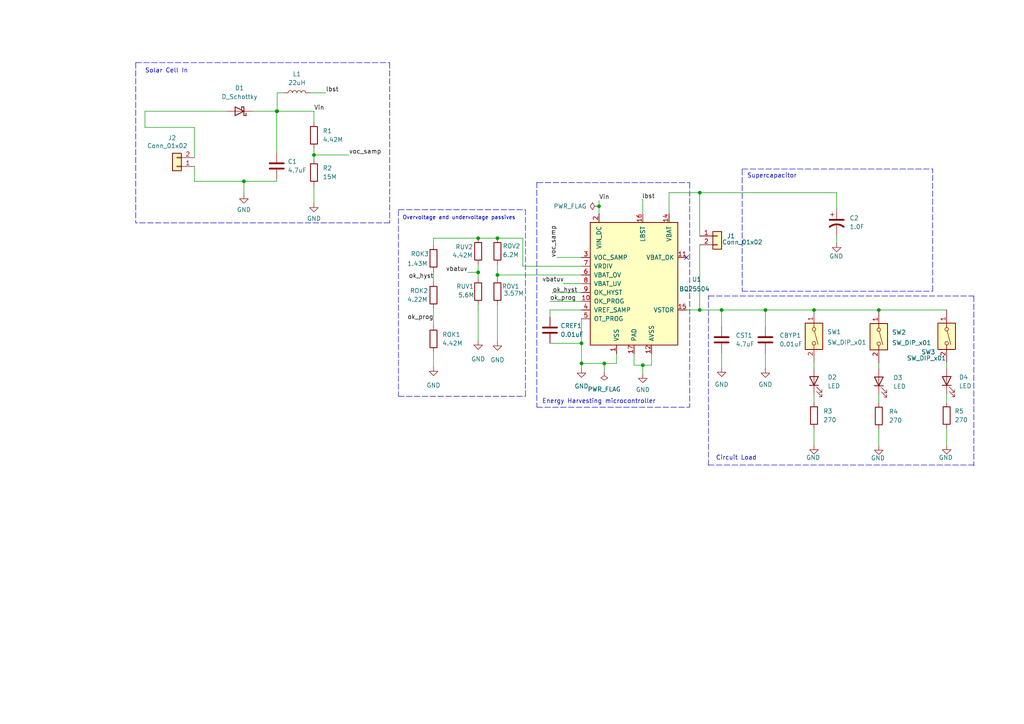
<source format=kicad_sch>
(kicad_sch (version 20210621) (generator eeschema)
  (paper "A4")
  (lib_symbols
    (symbol "Battery_Management:BQ25504" (pin_names (offset 1.016))
      (property "Reference" "U" (at -7.62 20.32 0))
      (property "Value" "BQ25504" (at -7.62 22.86 0))
      (symbol "BQ25504_0_1"
        (rectangle (start -12.7 17.78) (end 12.7 -17.78) (stroke (width 0.254)) (fill (type background)))
      )
      (symbol "BQ25504_1_1"
        (pin power_in line (at -5.08 -20.32 90) (length 2.54) (name "VSS") (number "1"))
        (pin input line (at -15.24 -5.08 0) (length 2.54) (name "OK_PROG") (number "10"))
        (pin output line (at 15.24 7.62 180) (length 2.54) (name "VBAT_OK") (number "11"))
        (pin power_in line (at 5.08 -20.32 90) (length 2.54) (name "AVSS") (number "12"))
        (pin passive line (at -5.08 -20.32 90) (length 2.54) hide (name "VSS") (number "13"))
        (pin power_out line (at 10.16 20.32 270) (length 2.54) (name "VBAT") (number "14"))
        (pin bidirectional line (at 15.24 -7.62 180) (length 2.54) (name "VSTOR") (number "15"))
        (pin bidirectional line (at 2.54 20.32 270) (length 2.54) (name "LBST") (number "16"))
        (pin passive line (at 0 -20.32 90) (length 2.54) (name "PAD") (number "17"))
        (pin power_in line (at -10.16 20.32 270) (length 2.54) (name "VIN_DC") (number "2"))
        (pin input line (at -15.24 7.62 0) (length 2.54) (name "VOC_SAMP") (number "3"))
        (pin bidirectional line (at -15.24 -7.62 0) (length 2.54) (name "VREF_SAMP") (number "4"))
        (pin input line (at -15.24 -10.16 0) (length 2.54) (name "OT_PROG") (number "5"))
        (pin input line (at -15.24 2.54 0) (length 2.54) (name "VBAT_OV") (number "6"))
        (pin output line (at -15.24 5.08 0) (length 2.54) (name "VRDIV") (number "7"))
        (pin input line (at -15.24 0 0) (length 2.54) (name "VBAT_UV") (number "8"))
        (pin input line (at -15.24 -2.54 0) (length 2.54) (name "OK_HYST") (number "9"))
      )
    )
    (symbol "Connector_Generic:Conn_01x02" (pin_names (offset 1.016) hide)
      (property "Reference" "J" (at 0 2.54 0))
      (property "Value" "Conn_01x02" (at 0 -5.08 0))
      (symbol "Conn_01x02_1_1"
        (rectangle (start -1.27 -2.413) (end 0 -2.667) (stroke (width 0.1524)))
        (rectangle (start -1.27 0.127) (end 0 -0.127) (stroke (width 0.1524)))
        (rectangle (start -1.27 1.27) (end 1.27 -3.81) (stroke (width 0.254)) (fill (type background)))
        (pin passive line (at -5.08 0 0) (length 3.81) (name "Pin_1") (number "1"))
        (pin passive line (at -5.08 -2.54 0) (length 3.81) (name "Pin_2") (number "2"))
      )
    )
    (symbol "Device:C" (pin_numbers hide) (pin_names (offset 0.254))
      (property "Reference" "C" (at 0.635 2.54 0))
      (property "Value" "C" (at 0.635 -2.54 0))
      (symbol "C_0_1"
        (polyline (pts (xy -2.032 -0.762) (xy 2.032 -0.762)) (stroke (width 0.508)))
        (polyline (pts (xy -2.032 0.762) (xy 2.032 0.762)) (stroke (width 0.508)))
      )
      (symbol "C_1_1"
        (pin passive line (at 0 3.81 270) (length 2.794) (name "~") (number "1"))
        (pin passive line (at 0 -3.81 90) (length 2.794) (name "~") (number "2"))
      )
    )
    (symbol "Device:C_Polarized_US" (pin_numbers hide) (pin_names (offset 0.254) hide)
      (property "Reference" "C" (at 0.635 2.54 0))
      (property "Value" "C_Polarized_US" (at 0.635 -2.54 0))
      (symbol "C_Polarized_US_0_1"
        (arc (start -2.032 -1.27) (end 2.032 -1.27) (radius (at 0 -3.81) (length 3.2512) (angles 128.7 51.3)) (stroke (width 0.508)))
        (polyline (pts (xy -2.032 0.762) (xy 2.032 0.762)) (stroke (width 0.508)))
        (polyline (pts (xy -1.778 2.286) (xy -0.762 2.286)))
        (polyline (pts (xy -1.27 1.778) (xy -1.27 2.794)))
      )
      (symbol "C_Polarized_US_1_1"
        (pin passive line (at 0 3.81 270) (length 2.794) (name "~") (number "1"))
        (pin passive line (at 0 -3.81 90) (length 3.302) (name "~") (number "2"))
      )
    )
    (symbol "Device:D_Schottky" (pin_numbers hide) (pin_names (offset 1.016) hide)
      (property "Reference" "D" (at 0 2.54 0))
      (property "Value" "D_Schottky" (at 0 -2.54 0))
      (symbol "D_Schottky_0_1"
        (polyline (pts (xy 1.27 0) (xy -1.27 0)))
        (polyline (pts (xy 1.27 1.27) (xy 1.27 -1.27) (xy -1.27 0) (xy 1.27 1.27)) (stroke (width 0.254)))
        (polyline (pts (xy -1.905 0.635) (xy -1.905 1.27) (xy -1.27 1.27) (xy -1.27 -1.27) (xy -0.635 -1.27) (xy -0.635 -0.635)) (stroke (width 0.254)))
      )
      (symbol "D_Schottky_1_1"
        (pin passive line (at -3.81 0 0) (length 2.54) (name "K") (number "1"))
        (pin passive line (at 3.81 0 180) (length 2.54) (name "A") (number "2"))
      )
    )
    (symbol "Device:L" (pin_numbers hide) (pin_names (offset 1.016) hide)
      (property "Reference" "L" (at -1.27 0 90))
      (property "Value" "L" (at 1.905 0 90))
      (symbol "L_0_1"
        (arc (start 0 -2.54) (end 0 -1.27) (radius (at 0 -1.905) (length 0.635) (angles -89.9 89.9)))
        (arc (start 0 -1.27) (end 0 0) (radius (at 0 -0.635) (length 0.635) (angles -89.9 89.9)))
        (arc (start 0 0) (end 0 1.27) (radius (at 0 0.635) (length 0.635) (angles -89.9 89.9)))
        (arc (start 0 1.27) (end 0 2.54) (radius (at 0 1.905) (length 0.635) (angles -89.9 89.9)))
      )
      (symbol "L_1_1"
        (pin passive line (at 0 3.81 270) (length 1.27) (name "1") (number "1"))
        (pin passive line (at 0 -3.81 90) (length 1.27) (name "2") (number "2"))
      )
    )
    (symbol "Device:LED" (pin_numbers hide) (pin_names (offset 1.016) hide)
      (property "Reference" "D" (at 0 2.54 0))
      (property "Value" "LED" (at 0 -2.54 0))
      (symbol "LED_0_1"
        (polyline (pts (xy -1.27 -1.27) (xy -1.27 1.27)) (stroke (width 0.254)))
        (polyline (pts (xy -1.27 0) (xy 1.27 0)))
        (polyline (pts (xy 1.27 -1.27) (xy 1.27 1.27) (xy -1.27 0) (xy 1.27 -1.27)) (stroke (width 0.254)))
        (polyline (pts (xy -3.048 -0.762) (xy -4.572 -2.286) (xy -3.81 -2.286) (xy -4.572 -2.286) (xy -4.572 -1.524)))
        (polyline (pts (xy -1.778 -0.762) (xy -3.302 -2.286) (xy -2.54 -2.286) (xy -3.302 -2.286) (xy -3.302 -1.524)))
      )
      (symbol "LED_1_1"
        (pin passive line (at -3.81 0 0) (length 2.54) (name "K") (number "1"))
        (pin passive line (at 3.81 0 180) (length 2.54) (name "A") (number "2"))
      )
    )
    (symbol "Device:R" (pin_numbers hide) (pin_names (offset 0))
      (property "Reference" "R" (at 2.032 0 90))
      (property "Value" "R" (at 0 0 90))
      (symbol "R_0_1"
        (rectangle (start -1.016 -2.54) (end 1.016 2.54) (stroke (width 0.254)))
      )
      (symbol "R_1_1"
        (pin passive line (at 0 3.81 270) (length 1.27) (name "~") (number "1"))
        (pin passive line (at 0 -3.81 90) (length 1.27) (name "~") (number "2"))
      )
    )
    (symbol "Switch:SW_DIP_x01" (pin_names (offset 0) hide)
      (property "Reference" "SW" (at 0 3.81 0))
      (property "Value" "SW_DIP_x01" (at 0 -3.81 0))
      (symbol "SW_DIP_x01_0_0"
        (circle (center -2.032 0) (radius 0.508))
        (circle (center 2.032 0) (radius 0.508))
        (polyline (pts (xy -1.524 0.127) (xy 2.3622 1.1684)))
      )
      (symbol "SW_DIP_x01_0_1"
        (rectangle (start -3.81 2.54) (end 3.81 -2.54) (stroke (width 0.254)) (fill (type background)))
      )
      (symbol "SW_DIP_x01_1_1"
        (pin passive line (at -7.62 0 0) (length 5.08) (name "~") (number "1"))
        (pin passive line (at 7.62 0 180) (length 5.08) (name "~") (number "2"))
      )
    )
    (symbol "power:GND" (power) (pin_names (offset 0))
      (property "Value" "GND" (at 0 -3.81 0))
      (symbol "GND_0_1"
        (polyline (pts (xy 0 0) (xy 0 -1.27) (xy 1.27 -1.27) (xy 0 -2.54) (xy -1.27 -1.27) (xy 0 -1.27)))
      )
      (symbol "GND_1_1"
        (pin power_in line (at 0 0 270) (length 0) hide (name "GND") (number "1"))
      )
    )
    (symbol "power:PWR_FLAG" (power) (pin_numbers hide) (pin_names (offset 0) hide)
      (property "Value" "PWR_FLAG" (at 0 3.81 0))
      (symbol "PWR_FLAG_0_0"
        (pin power_out line (at 0 0 90) (length 0) (name "pwr") (number "1"))
      )
      (symbol "PWR_FLAG_0_1"
        (polyline (pts (xy 0 0) (xy 0 1.27) (xy -1.016 1.905) (xy 0 2.54) (xy 1.016 1.905) (xy 0 1.27)))
      )
    )
  )
  (junction (at 70.739 52.578))
  (junction (at 80.264 32.258))
  (junction (at 80.391 32.258))
  (junction (at 91.059 44.958))
  (junction (at 138.684 69.088))
  (junction (at 138.684 78.994))
  (junction (at 144.272 69.088))
  (junction (at 144.272 79.756))
  (junction (at 168.656 99.568))
  (junction (at 168.656 105.41))
  (junction (at 173.736 59.817))
  (junction (at 175.26 105.41))
  (junction (at 186.436 105.918))
  (junction (at 202.946 55.88))
  (junction (at 202.946 89.916))
  (junction (at 209.296 89.916))
  (junction (at 221.996 89.916))
  (junction (at 236.093 89.916))
  (junction (at 254.889 89.916))
  (no_connect (at 199.136 74.676))
  (wire (pts (xy 42.037 32.258) (xy 42.037 36.957)))
  (wire (pts (xy 42.037 32.258) (xy 65.659 32.258)))
  (wire (pts (xy 56.388 36.957) (xy 42.037 36.957)))
  (wire (pts (xy 56.388 36.957) (xy 56.388 45.72)))
  (wire (pts (xy 56.388 48.26) (xy 56.388 52.578)))
  (wire (pts (xy 56.388 52.578) (xy 70.739 52.578)))
  (wire (pts (xy 70.739 52.578) (xy 70.739 56.388)))
  (wire (pts (xy 70.739 52.578) (xy 80.264 52.578)))
  (wire (pts (xy 73.279 32.258) (xy 80.264 32.258)))
  (wire (pts (xy 80.264 32.258) (xy 80.264 44.323)))
  (wire (pts (xy 80.264 32.258) (xy 80.391 32.258)))
  (wire (pts (xy 80.264 52.578) (xy 80.264 51.943)))
  (wire (pts (xy 80.391 26.924) (xy 82.296 26.924)))
  (wire (pts (xy 80.391 32.258) (xy 80.391 26.924)))
  (wire (pts (xy 80.391 32.258) (xy 91.059 32.258)))
  (wire (pts (xy 89.916 26.924) (xy 94.488 26.924)))
  (wire (pts (xy 91.059 32.258) (xy 91.059 35.433)))
  (wire (pts (xy 91.059 43.053) (xy 91.059 44.958)))
  (wire (pts (xy 91.059 44.958) (xy 91.059 46.228)))
  (wire (pts (xy 91.059 44.958) (xy 101.219 44.958)))
  (wire (pts (xy 91.059 53.848) (xy 91.059 58.928)))
  (wire (pts (xy 125.73 69.088) (xy 125.73 71.12)))
  (wire (pts (xy 125.73 78.74) (xy 125.73 81.788)))
  (wire (pts (xy 125.73 89.408) (xy 125.73 94.488)))
  (wire (pts (xy 125.73 102.108) (xy 125.73 106.426)))
  (wire (pts (xy 135.636 78.994) (xy 138.684 78.994)))
  (wire (pts (xy 138.684 69.088) (xy 125.73 69.088)))
  (wire (pts (xy 138.684 69.088) (xy 144.272 69.088)))
  (wire (pts (xy 138.684 76.708) (xy 138.684 78.994)))
  (wire (pts (xy 138.684 78.994) (xy 138.684 80.772)))
  (wire (pts (xy 138.684 88.392) (xy 138.684 98.806)))
  (wire (pts (xy 144.272 76.708) (xy 144.272 79.756)))
  (wire (pts (xy 144.272 79.756) (xy 168.656 79.756)))
  (wire (pts (xy 144.272 80.772) (xy 144.272 79.756)))
  (wire (pts (xy 144.272 88.392) (xy 144.272 99.06)))
  (wire (pts (xy 151.638 69.088) (xy 144.272 69.088)))
  (wire (pts (xy 151.638 77.216) (xy 151.638 69.088)))
  (wire (pts (xy 151.638 77.216) (xy 168.656 77.216)))
  (wire (pts (xy 159.512 87.376) (xy 168.656 87.376)))
  (wire (pts (xy 159.512 89.916) (xy 159.512 91.948)))
  (wire (pts (xy 159.512 99.568) (xy 168.656 99.568)))
  (wire (pts (xy 160.274 84.836) (xy 160.274 85.09)))
  (wire (pts (xy 161.544 74.676) (xy 168.656 74.676)))
  (wire (pts (xy 163.576 82.042) (xy 163.576 82.296)))
  (wire (pts (xy 168.656 82.296) (xy 163.576 82.296)))
  (wire (pts (xy 168.656 84.836) (xy 160.274 84.836)))
  (wire (pts (xy 168.656 89.916) (xy 159.512 89.916)))
  (wire (pts (xy 168.656 92.456) (xy 168.656 99.568)))
  (wire (pts (xy 168.656 99.568) (xy 168.656 105.41)))
  (wire (pts (xy 168.656 105.41) (xy 168.656 106.934)))
  (wire (pts (xy 173.736 58.166) (xy 173.736 59.817)))
  (wire (pts (xy 173.736 59.817) (xy 173.736 61.976)))
  (wire (pts (xy 175.26 105.41) (xy 168.656 105.41)))
  (wire (pts (xy 175.26 105.41) (xy 175.26 107.696)))
  (wire (pts (xy 178.816 102.616) (xy 178.816 105.41)))
  (wire (pts (xy 178.816 105.41) (xy 175.26 105.41)))
  (wire (pts (xy 183.896 102.616) (xy 183.896 105.918)))
  (wire (pts (xy 183.896 105.918) (xy 186.436 105.918)))
  (wire (pts (xy 186.182 57.912) (xy 186.436 57.912)))
  (wire (pts (xy 186.436 61.976) (xy 186.436 57.912)))
  (wire (pts (xy 186.436 105.918) (xy 186.436 108.458)))
  (wire (pts (xy 186.436 105.918) (xy 188.976 105.918)))
  (wire (pts (xy 188.976 105.918) (xy 188.976 102.616)))
  (wire (pts (xy 194.056 55.88) (xy 202.946 55.88)))
  (wire (pts (xy 194.056 61.976) (xy 194.056 55.88)))
  (wire (pts (xy 199.136 89.916) (xy 202.946 89.916)))
  (wire (pts (xy 202.946 55.88) (xy 202.946 68.453)))
  (wire (pts (xy 202.946 55.88) (xy 242.6716 55.88)))
  (wire (pts (xy 202.946 70.993) (xy 202.946 89.916)))
  (wire (pts (xy 202.946 89.916) (xy 209.296 89.916)))
  (wire (pts (xy 209.296 89.916) (xy 209.296 94.742)))
  (wire (pts (xy 209.296 89.916) (xy 221.996 89.916)))
  (wire (pts (xy 209.296 102.362) (xy 209.296 106.68)))
  (wire (pts (xy 221.996 89.916) (xy 221.996 94.742)))
  (wire (pts (xy 221.996 89.916) (xy 236.093 89.916)))
  (wire (pts (xy 221.996 102.362) (xy 221.996 106.934)))
  (wire (pts (xy 236.093 89.916) (xy 254.889 89.916)))
  (wire (pts (xy 236.093 105.156) (xy 236.093 106.68)))
  (wire (pts (xy 236.093 114.3) (xy 236.093 116.713)))
  (wire (pts (xy 236.093 124.333) (xy 236.093 129.159)))
  (wire (pts (xy 242.6716 55.88) (xy 242.6716 60.706)))
  (wire (pts (xy 242.6716 68.326) (xy 242.6716 70.5104)))
  (wire (pts (xy 254.889 89.916) (xy 254.889 90.043)))
  (wire (pts (xy 254.889 89.916) (xy 274.574 89.916)))
  (wire (pts (xy 254.889 105.283) (xy 254.889 106.807)))
  (wire (pts (xy 254.889 114.427) (xy 254.889 116.84)))
  (wire (pts (xy 254.889 124.46) (xy 254.889 129.286)))
  (wire (pts (xy 274.574 105.156) (xy 274.574 106.68)))
  (wire (pts (xy 274.574 114.3) (xy 274.574 116.713)))
  (wire (pts (xy 274.574 124.333) (xy 274.574 129.159)))
  (polyline (pts (xy 39.37 18.161) (xy 39.37 64.643)))
  (polyline (pts (xy 39.37 18.161) (xy 113.03 18.161)))
  (polyline (pts (xy 113.03 18.161) (xy 113.03 64.643)))
  (polyline (pts (xy 113.03 64.643) (xy 39.37 64.643)))
  (polyline (pts (xy 115.57 60.833) (xy 152.4 60.833)))
  (polyline (pts (xy 115.57 60.96) (xy 115.57 114.935)))
  (polyline (pts (xy 115.57 114.935) (xy 152.4 114.935)))
  (polyline (pts (xy 152.4 114.935) (xy 152.4 60.833)))
  (polyline (pts (xy 155.702 52.832) (xy 155.702 118.11)))
  (polyline (pts (xy 155.702 118.11) (xy 200.025 118.11)))
  (polyline (pts (xy 155.829 52.959) (xy 200.025 52.959)))
  (polyline (pts (xy 200.0504 52.9844) (xy 200.0504 117.348)))
  (polyline (pts (xy 200.0504 117.348) (xy 200.0504 118.11)))
  (polyline (pts (xy 205.4352 134.874) (xy 282.448 134.874)))
  (polyline (pts (xy 205.486 85.852) (xy 282.448 85.852)))
  (polyline (pts (xy 205.486 134.9756) (xy 205.486 85.6996)))
  (polyline (pts (xy 215.265 49.022) (xy 270.51 49.022)))
  (polyline (pts (xy 215.265 49.149) (xy 215.265 84.455)))
  (polyline (pts (xy 215.265 84.455) (xy 270.51 84.455)))
  (polyline (pts (xy 270.51 84.455) (xy 270.51 49.022)))
  (polyline (pts (xy 282.448 85.852) (xy 282.448 135.128)))
  (text "Solar Cell In" (at 42.037 21.336 0) (effects (font (size 1.27 1.27)) (justify left bottom)))
  (text "Overvoltage and undervoltage passives\n" (at 116.713 63.881 0) (effects (font (size 1.1 1.1)) (justify left bottom)))
  (text "Energy Harvesting microcontroller\n" (at 157.226 117.221 0) (effects (font (size 1.27 1.27)) (justify left bottom)))
  (text "Circuit Load" (at 207.6196 133.6294 0) (effects (font (size 1.27 1.27)) (justify left bottom)))
  (text "Supercapacitor\n" (at 216.662 51.816 0) (effects (font (size 1.27 1.27)) (justify left bottom)))
  (label "Vin" (at 91.059 32.258 0))
  (label "lbst" (at 94.488 26.924 0))
  (label "voc_samp" (at 101.219 44.958 0))
  (label "ok_hyst" (at 125.73 81.026 180))
  (label "ok_prog" (at 125.73 92.964 180))
  (label "vbatuv" (at 135.636 78.994 180))
  (label "ok_prog" (at 159.512 87.376 0))
  (label "ok_hyst" (at 160.274 85.09 0))
  (label "voc_samp" (at 161.544 74.676 90))
  (label "vbatuv" (at 163.576 82.042 180))
  (label "Vin" (at 173.736 58.166 0))
  (label "lbst" (at 186.182 57.912 0))
  (symbol (lib_id "power:PWR_FLAG") (at 173.736 59.817 90) (unit 1)
    (property "Reference" "#FLG0101" (effects hide))
    (property "Value" "PWR_FLAG" (at 170.18 59.8169 90) (effects (justify left)))
  )
  (symbol (lib_id "power:PWR_FLAG") (at 175.26 107.696 180) (unit 1)
    (property "Reference" "#FLG0102" (effects hide))
    (property "Value" "PWR_FLAG" (at 175.26 112.903 0))
  )
  (symbol (lib_id "power:GND") (at 70.739 56.388 0) (unit 1)
    (property "Reference" "#PWR0101" (effects hide))
    (property "Value" "GND" (at 70.739 60.833 0))
  )
  (symbol (lib_id "power:GND") (at 91.059 58.928 0) (unit 1)
    (property "Reference" "#PWR0103" (effects hide))
    (property "Value" "GND" (at 91.059 63.373 0))
  )
  (symbol (lib_id "power:GND") (at 125.73 106.426 0) (unit 1)
    (property "Reference" "#PWR0104" (effects hide))
    (property "Value" "GND" (at 125.73 111.76 0))
  )
  (symbol (lib_id "power:GND") (at 138.684 98.806 0) (unit 1)
    (property "Reference" "#PWR0105" (effects hide))
    (property "Value" "GND" (at 138.684 104.14 0))
  )
  (symbol (lib_id "power:GND") (at 144.272 99.06 0) (unit 1)
    (property "Reference" "#PWR0106" (effects hide))
    (property "Value" "GND" (at 144.272 104.394 0))
  )
  (symbol (lib_id "power:GND") (at 168.656 106.934 0) (unit 1)
    (property "Reference" "#PWR0102" (effects hide))
    (property "Value" "GND" (at 168.656 112.014 0))
  )
  (symbol (lib_id "power:GND") (at 186.436 108.458 0) (unit 1)
    (property "Reference" "#PWR0109" (effects hide))
    (property "Value" "GND" (at 186.436 113.03 0))
  )
  (symbol (lib_id "power:GND") (at 209.296 106.68 0) (unit 1)
    (property "Reference" "#PWR0107" (effects hide))
    (property "Value" "GND" (at 209.296 111.506 0))
  )
  (symbol (lib_id "power:GND") (at 221.996 106.934 0) (unit 1)
    (property "Reference" "#PWR0108" (effects hide))
    (property "Value" "GND" (at 221.996 111.506 0))
  )
  (symbol (lib_id "power:GND") (at 236.093 129.159 0) (unit 1)
    (property "Reference" "#PWR0110" (effects hide))
    (property "Value" "GND" (at 235.839 132.715 0))
  )
  (symbol (lib_id "power:GND") (at 242.6716 70.5104 0) (mirror y) (unit 1)
    (property "Reference" "#PWR0111" (effects hide))
    (property "Value" "GND" (at 242.5446 74.3204 0))
  )
  (symbol (lib_id "power:GND") (at 254.889 129.286 0) (unit 1)
    (property "Reference" "#PWR0112" (effects hide))
    (property "Value" "GND" (at 254.635 132.842 0))
  )
  (symbol (lib_id "power:GND") (at 274.574 129.159 0) (unit 1)
    (property "Reference" "#PWR0113" (effects hide))
    (property "Value" "GND" (at 274.32 132.715 0))
  )
  (symbol (lib_id "Device:L") (at 86.106 26.924 90) (unit 1)
    (property "Reference" "L1" (at 86.106 21.463 90))
    (property "Value" "22uH" (at 86.106 24.003 90))
    (property "Footprint" "Inductor_SMD:L_1812_4532Metric" (effects hide))
  )
  (symbol (lib_id "Device:R") (at 91.059 39.243 0) (unit 1)
    (property "Reference" "R1" (at 93.599 37.9729 0) (effects (justify left)))
    (property "Value" "4.42M" (at 93.599 40.5129 0) (effects (justify left)))
    (property "Footprint" "Resistor_SMD:R_1206_3216Metric" (effects hide))
  )
  (symbol (lib_id "Device:R") (at 91.059 50.038 0) (unit 1)
    (property "Reference" "R2" (at 93.599 48.7679 0) (effects (justify left)))
    (property "Value" "15M" (at 93.599 51.3079 0) (effects (justify left)))
    (property "Footprint" "Resistor_SMD:R_1206_3216Metric" (effects hide))
  )
  (symbol (lib_id "Device:R") (at 125.73 74.93 0) (unit 1)
    (property "Reference" "ROK3" (at 119.126 73.6599 0) (effects (justify left)))
    (property "Value" "1.43M" (at 118.11 76.4539 0) (effects (justify left)))
    (property "Footprint" "Resistor_SMD:R_0603_1608Metric" (effects hide))
  )
  (symbol (lib_id "Device:R") (at 125.73 85.598 0) (unit 1)
    (property "Reference" "ROK2" (at 118.872 84.3279 0) (effects (justify left)))
    (property "Value" "4.22M" (at 118.11 86.8679 0) (effects (justify left)))
    (property "Footprint" "Resistor_SMD:R_0805_2012Metric" (effects hide))
  )
  (symbol (lib_id "Device:R") (at 125.73 98.298 0) (unit 1)
    (property "Reference" "ROK1" (at 128.27 97.0279 0) (effects (justify left)))
    (property "Value" "4.42M" (at 128.27 99.5679 0) (effects (justify left)))
    (property "Footprint" "Resistor_SMD:R_1206_3216Metric" (effects hide))
  )
  (symbol (lib_id "Device:R") (at 138.684 72.898 180) (unit 1)
    (property "Reference" "RUV2" (at 132.08 71.6279 0) (effects (justify right)))
    (property "Value" "4.42M" (at 131.191 74.0409 0) (effects (justify right)))
    (property "Footprint" "Resistor_SMD:R_1206_3216Metric" (effects hide))
  )
  (symbol (lib_id "Device:R") (at 138.684 84.582 180) (unit 1)
    (property "Reference" "RUV1" (at 132.334 83.0579 0) (effects (justify right)))
    (property "Value" "5.6M" (at 132.842 85.5979 0) (effects (justify right)))
    (property "Footprint" "Resistor_SMD:R_0603_1608Metric" (effects hide))
  )
  (symbol (lib_id "Device:R") (at 144.272 72.898 0) (unit 1)
    (property "Reference" "ROV2" (at 145.796 71.3739 0) (effects (justify left)))
    (property "Value" "6.2M" (at 145.796 73.9139 0) (effects (justify left)))
    (property "Footprint" "Resistor_SMD:R_0603_1608Metric" (effects hide))
  )
  (symbol (lib_id "Device:R") (at 144.272 84.582 0) (unit 1)
    (property "Reference" "ROV1" (at 145.542 83.0579 0) (effects (justify left)))
    (property "Value" "3.57M" (at 146.05 85.0899 0) (effects (justify left)))
    (property "Footprint" "Resistor_SMD:R_0805_2012Metric" (effects hide))
  )
  (symbol (lib_id "Device:R") (at 236.093 120.523 0) (unit 1)
    (property "Reference" "R3" (at 238.76 119.2529 0) (effects (justify left)))
    (property "Value" "270" (at 238.76 121.7929 0) (effects (justify left)))
    (property "Footprint" "Resistor_SMD:R_0402_1005Metric" (effects hide))
  )
  (symbol (lib_id "Device:R") (at 254.889 120.65 0) (unit 1)
    (property "Reference" "R4" (at 257.81 119.3799 0) (effects (justify left)))
    (property "Value" "270" (at 257.81 121.9199 0) (effects (justify left)))
    (property "Footprint" "Resistor_SMD:R_0402_1005Metric" (effects hide))
  )
  (symbol (lib_id "Device:R") (at 274.574 120.523 0) (unit 1)
    (property "Reference" "R5" (at 276.86 119.2529 0) (effects (justify left)))
    (property "Value" "270" (at 276.86 121.7929 0) (effects (justify left)))
    (property "Footprint" "Resistor_SMD:R_0402_1005Metric" (effects hide))
  )
  (symbol (lib_id "Device:D_Schottky") (at 69.469 32.258 180) (unit 1)
    (property "Reference" "D1" (at 69.469 25.527 0))
    (property "Value" "D_Schottky" (at 69.469 28.067 0))
    (property "Footprint" "Diode_SMD:D_SOD-123" (effects hide))
  )
  (symbol (lib_id "Device:LED") (at 236.093 110.49 90) (unit 1)
    (property "Reference" "D2" (at 240.03 109.4104 90) (effects (justify right)))
    (property "Value" "LED" (at 240.03 111.9504 90) (effects (justify right)))
    (property "Footprint" "LED_THT:LED_D5.0mm_Clear" (effects hide))
  )
  (symbol (lib_id "Device:LED") (at 254.889 110.617 90) (unit 1)
    (property "Reference" "D3" (at 259.08 109.5374 90) (effects (justify right)))
    (property "Value" "LED" (at 259.08 112.0774 90) (effects (justify right)))
    (property "Footprint" "LED_THT:LED_D5.0mm_Clear" (effects hide))
  )
  (symbol (lib_id "Device:LED") (at 274.574 110.49 90) (unit 1)
    (property "Reference" "D4" (at 278.13 109.4104 90) (effects (justify right)))
    (property "Value" "LED" (at 278.13 111.9504 90) (effects (justify right)))
    (property "Footprint" "LED_THT:LED_D5.0mm_Clear" (effects hide))
  )
  (symbol (lib_id "Connector_Generic:Conn_01x02") (at 51.308 48.26 180) (unit 1)
    (property "Reference" "J2" (at 49.911 40.005 0))
    (property "Value" "Conn_01x02" (at 48.514 42.291 0))
    (property "Footprint" "Connector_PinHeader_2.54mm:PinHeader_1x02_P2.54mm_Vertical" (effects hide))
  )
  (symbol (lib_id "Connector_Generic:Conn_01x02") (at 208.026 68.453 0) (unit 1)
    (property "Reference" "J1" (at 210.82 68.4529 0) (effects (justify left)))
    (property "Value" "Conn_01x02" (at 209.423 70.2309 0) (effects (justify left)))
    (property "Footprint" "Connector_PinHeader_2.54mm:PinHeader_1x02_P2.54mm_Vertical" (effects hide))
  )
  (symbol (lib_id "Device:C") (at 80.264 48.133 0) (unit 1)
    (property "Reference" "C1" (at 83.439 46.8629 0) (effects (justify left)))
    (property "Value" "4.7uF" (at 83.439 49.4029 0) (effects (justify left)))
    (property "Footprint" "Capacitor_SMD:C_0402_1005Metric" (effects hide))
  )
  (symbol (lib_id "Device:C") (at 159.512 95.758 0) (unit 1)
    (property "Reference" "CREF1" (at 162.56 94.4879 0) (effects (justify left)))
    (property "Value" "0.01uF" (at 162.56 97.0279 0) (effects (justify left)))
    (property "Footprint" "Capacitor_SMD:C_0805_2012Metric" (effects hide))
  )
  (symbol (lib_id "Device:C") (at 209.296 98.552 0) (unit 1)
    (property "Reference" "CST1" (at 213.36 97.2819 0) (effects (justify left)))
    (property "Value" "4.7uF" (at 213.36 99.8219 0) (effects (justify left)))
    (property "Footprint" "Capacitor_SMD:C_0402_1005Metric" (effects hide))
  )
  (symbol (lib_id "Device:C") (at 221.996 98.552 0) (unit 1)
    (property "Reference" "CBYP1" (at 226.06 97.2819 0) (effects (justify left)))
    (property "Value" "0.01uF" (at 226.06 99.8219 0) (effects (justify left)))
    (property "Footprint" "Capacitor_SMD:C_0805_2012Metric" (effects hide))
  )
  (symbol (lib_id "Device:C_Polarized_US") (at 242.6716 64.516 0) (unit 1)
    (property "Reference" "C2" (at 246.38 63.2459 0) (effects (justify left)))
    (property "Value" "1.0F" (at 246.38 65.7859 0) (effects (justify left)))
    (property "Footprint" "SolarCell:SCAP" (effects hide))
  )
  (symbol (lib_id "Switch:SW_DIP_x01") (at 236.093 97.536 270) (unit 1)
    (property "Reference" "SW1" (at 239.903 96.2659 90) (effects (justify left)))
    (property "Value" "SW_DIP_x01" (at 239.903 99.3139 90) (effects (justify left)))
    (property "Footprint" "SolarCell:Switch1" (effects hide))
  )
  (symbol (lib_id "Switch:SW_DIP_x01") (at 254.889 97.663 270) (unit 1)
    (property "Reference" "SW2" (at 258.699 96.3929 90) (effects (justify left)))
    (property "Value" "SW_DIP_x01" (at 258.699 99.4409 90) (effects (justify left)))
    (property "Footprint" "SolarCell:Switch1" (effects hide))
  )
  (symbol (lib_id "Switch:SW_DIP_x01") (at 274.574 97.536 270) (unit 1)
    (property "Reference" "SW3" (at 267.208 102.1079 90) (effects (justify left)))
    (property "Value" "SW_DIP_x01" (at 263.017 103.8859 90) (effects (justify left)))
    (property "Footprint" "SolarCell:Switch1" (effects hide))
  )
  (symbol (lib_id "Battery_Management:BQ25504") (at 183.896 82.296 0) (unit 1)
    (property "Reference" "U1" (at 200.66 81.0259 0) (effects (justify left)))
    (property "Value" "BQ25504" (at 196.977 83.8199 0) (effects (justify left)))
    (property "Footprint" "Package_DFN_QFN:QFN-16-1EP_3x3mm_P0.5mm_EP1.9x1.9mm" (effects hide))
    (property "Datasheet" "http://www.ti.com/lit/ds/symlink/bq25504.pdf" (effects hide))
  )
)
</source>
